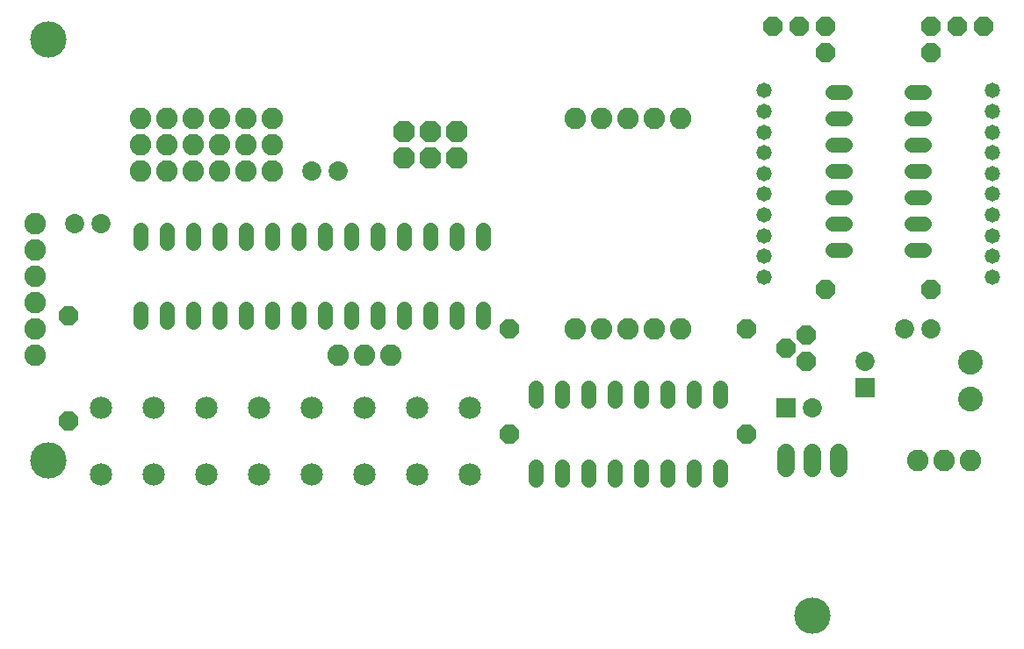
<source format=gbs>
G75*
G70*
%OFA0B0*%
%FSLAX24Y24*%
%IPPOS*%
%LPD*%
%AMOC8*
5,1,8,0,0,1.08239X$1,22.5*
%
%ADD10C,0.0560*%
%ADD11C,0.0820*%
%ADD12OC8,0.0740*%
%ADD13C,0.0680*%
%ADD14C,0.1380*%
%ADD15C,0.0730*%
%ADD16R,0.0730X0.0730*%
%ADD17C,0.0580*%
%ADD18C,0.0940*%
%ADD19C,0.0848*%
%ADD20OC8,0.0820*%
D10*
X006367Y013400D02*
X006367Y013880D01*
X007367Y013880D02*
X007367Y013400D01*
X008367Y013400D02*
X008367Y013880D01*
X009367Y013880D02*
X009367Y013400D01*
X010367Y013400D02*
X010367Y013880D01*
X011367Y013880D02*
X011367Y013400D01*
X012367Y013400D02*
X012367Y013880D01*
X013367Y013880D02*
X013367Y013400D01*
X014367Y013400D02*
X014367Y013880D01*
X015367Y013880D02*
X015367Y013400D01*
X016367Y013400D02*
X016367Y013880D01*
X017367Y013880D02*
X017367Y013400D01*
X018367Y013400D02*
X018367Y013880D01*
X019367Y013880D02*
X019367Y013400D01*
X021367Y010880D02*
X021367Y010400D01*
X022367Y010400D02*
X022367Y010880D01*
X023367Y010880D02*
X023367Y010400D01*
X024367Y010400D02*
X024367Y010880D01*
X025367Y010880D02*
X025367Y010400D01*
X026367Y010400D02*
X026367Y010880D01*
X027367Y010880D02*
X027367Y010400D01*
X028367Y010400D02*
X028367Y010880D01*
X028367Y007880D02*
X028367Y007400D01*
X027367Y007400D02*
X027367Y007880D01*
X026367Y007880D02*
X026367Y007400D01*
X025367Y007400D02*
X025367Y007880D01*
X024367Y007880D02*
X024367Y007400D01*
X023367Y007400D02*
X023367Y007880D01*
X022367Y007880D02*
X022367Y007400D01*
X021367Y007400D02*
X021367Y007880D01*
X032627Y016140D02*
X033107Y016140D01*
X033107Y017140D02*
X032627Y017140D01*
X032627Y018140D02*
X033107Y018140D01*
X033107Y019140D02*
X032627Y019140D01*
X032627Y020140D02*
X033107Y020140D01*
X033107Y021140D02*
X032627Y021140D01*
X032627Y022140D02*
X033107Y022140D01*
X035627Y022140D02*
X036107Y022140D01*
X036107Y021140D02*
X035627Y021140D01*
X035627Y020140D02*
X036107Y020140D01*
X036107Y019140D02*
X035627Y019140D01*
X035627Y018140D02*
X036107Y018140D01*
X036107Y017140D02*
X035627Y017140D01*
X035627Y016140D02*
X036107Y016140D01*
X019367Y016400D02*
X019367Y016880D01*
X018367Y016880D02*
X018367Y016400D01*
X017367Y016400D02*
X017367Y016880D01*
X016367Y016880D02*
X016367Y016400D01*
X015367Y016400D02*
X015367Y016880D01*
X014367Y016880D02*
X014367Y016400D01*
X013367Y016400D02*
X013367Y016880D01*
X012367Y016880D02*
X012367Y016400D01*
X011367Y016400D02*
X011367Y016880D01*
X010367Y016880D02*
X010367Y016400D01*
X009367Y016400D02*
X009367Y016880D01*
X008367Y016880D02*
X008367Y016400D01*
X007367Y016400D02*
X007367Y016880D01*
X006367Y016880D02*
X006367Y016400D01*
D11*
X006367Y019140D03*
X007367Y019140D03*
X008367Y019140D03*
X009367Y019140D03*
X010367Y019140D03*
X011367Y019140D03*
X011367Y020140D03*
X010367Y020140D03*
X009367Y020140D03*
X008367Y020140D03*
X007367Y020140D03*
X006367Y020140D03*
X006367Y021140D03*
X007367Y021140D03*
X008367Y021140D03*
X009367Y021140D03*
X010367Y021140D03*
X011367Y021140D03*
X002367Y017140D03*
X002367Y016140D03*
X002367Y015140D03*
X002367Y014140D03*
X002367Y013140D03*
X002367Y012140D03*
X013867Y012140D03*
X014867Y012140D03*
X015867Y012140D03*
X022867Y013140D03*
X023867Y013140D03*
X024867Y013140D03*
X025867Y013140D03*
X026867Y013140D03*
X035867Y008140D03*
X036867Y008140D03*
X037867Y008140D03*
X026867Y021140D03*
X025867Y021140D03*
X024867Y021140D03*
X023867Y021140D03*
X022867Y021140D03*
D12*
X030367Y024640D03*
X031367Y024640D03*
X032367Y024640D03*
X032367Y023640D03*
X036367Y023640D03*
X036367Y024640D03*
X037367Y024640D03*
X038367Y024640D03*
X036367Y014640D03*
X032367Y014640D03*
X031617Y012890D03*
X030867Y012390D03*
X031617Y011890D03*
X029367Y013140D03*
X029367Y009140D03*
X020367Y009140D03*
X020367Y013140D03*
X003617Y013640D03*
X003617Y009640D03*
D13*
X030867Y008440D02*
X030867Y007840D01*
X031867Y007840D02*
X031867Y008440D01*
X032867Y008440D02*
X032867Y007840D01*
D14*
X031867Y002240D03*
X002867Y008140D03*
X002867Y024140D03*
D15*
X012867Y019140D03*
X013867Y019140D03*
X004867Y017140D03*
X003867Y017140D03*
X031867Y010140D03*
X033867Y011890D03*
X035367Y013140D03*
X036367Y013140D03*
D16*
X033867Y010890D03*
X030867Y010140D03*
D17*
X030036Y015097D03*
X030036Y015884D03*
X030036Y016671D03*
X030036Y017459D03*
X030036Y018246D03*
X030036Y019034D03*
X030036Y019821D03*
X030036Y020609D03*
X030036Y021396D03*
X030036Y022183D03*
X038697Y022183D03*
X038697Y021396D03*
X038697Y020609D03*
X038697Y019821D03*
X038697Y019034D03*
X038697Y018246D03*
X038697Y017459D03*
X038697Y016671D03*
X038697Y015884D03*
X038697Y015097D03*
D18*
X037867Y011849D03*
X037867Y010471D03*
D19*
X004867Y007581D03*
X006867Y007581D03*
X008867Y007581D03*
X010867Y007581D03*
X012867Y007581D03*
X014867Y007581D03*
X016867Y007581D03*
X018867Y007581D03*
X018867Y010140D03*
X016867Y010140D03*
X014867Y010140D03*
X012867Y010140D03*
X010867Y010140D03*
X008867Y010140D03*
X006867Y010140D03*
X004867Y010140D03*
D20*
X016367Y019640D03*
X017367Y019640D03*
X018367Y019640D03*
X018367Y020640D03*
X017367Y020640D03*
X016367Y020640D03*
M02*

</source>
